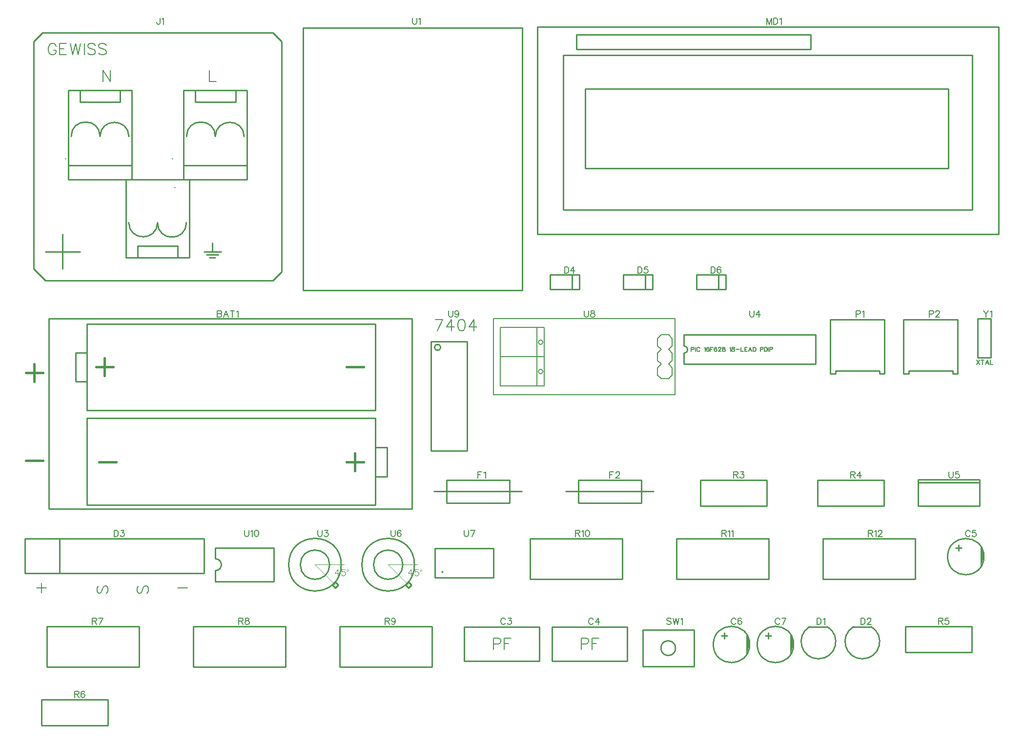
<source format=gto>
G04 Layer: TopSilkscreenLayer*
G04 EasyEDA v6.5.37, 2023-12-04 20:02:08*
G04 2e98f3c38e0144009ebeba7f84222000,10*
G04 Gerber Generator version 0.2*
G04 Scale: 100 percent, Rotated: No, Reflected: No *
G04 Dimensions in millimeters *
G04 leading zeros omitted , absolute positions ,4 integer and 5 decimal *
%FSLAX45Y45*%
%MOMM*%

%ADD10C,0.1524*%
%ADD11C,0.2032*%
%ADD12C,0.4064*%
%ADD13C,0.2540*%
%ADD14C,0.2286*%
%ADD15C,0.1270*%
%ADD16C,0.1016*%
%ADD17C,0.0135*%

%LPD*%
D10*
X8656459Y2236215D02*
G01*
X8656459Y2127250D01*
X8656459Y2236215D02*
G01*
X8703195Y2236215D01*
X8718689Y2231136D01*
X8724023Y2225802D01*
X8729103Y2215387D01*
X8729103Y2204973D01*
X8724023Y2194560D01*
X8718689Y2189479D01*
X8703195Y2184400D01*
X8656459Y2184400D02*
G01*
X8703195Y2184400D01*
X8718689Y2179065D01*
X8724023Y2173986D01*
X8729103Y2163571D01*
X8729103Y2147823D01*
X8724023Y2137410D01*
X8718689Y2132329D01*
X8703195Y2127250D01*
X8656459Y2127250D01*
X8805049Y2236215D02*
G01*
X8763393Y2127250D01*
X8805049Y2236215D02*
G01*
X8846705Y2127250D01*
X8779141Y2163571D02*
G01*
X8830957Y2163571D01*
X8917317Y2236215D02*
G01*
X8917317Y2127250D01*
X8880995Y2236215D02*
G01*
X8953639Y2236215D01*
X8987929Y2215387D02*
G01*
X8998343Y2220721D01*
X9013837Y2236215D01*
X9013837Y2127250D01*
X13652677Y-3123692D02*
G01*
X13647343Y-3113278D01*
X13636929Y-3102863D01*
X13626769Y-3097784D01*
X13605941Y-3097784D01*
X13595527Y-3102863D01*
X13585113Y-3113278D01*
X13579779Y-3123692D01*
X13574699Y-3139439D01*
X13574699Y-3165347D01*
X13579779Y-3180842D01*
X13585113Y-3191255D01*
X13595527Y-3201670D01*
X13605941Y-3206750D01*
X13626769Y-3206750D01*
X13636929Y-3201670D01*
X13647343Y-3191255D01*
X13652677Y-3180842D01*
X13697381Y-3097784D02*
G01*
X13754531Y-3097784D01*
X13723289Y-3139439D01*
X13738783Y-3139439D01*
X13749197Y-3144520D01*
X13754531Y-3149600D01*
X13759611Y-3165347D01*
X13759611Y-3175762D01*
X13754531Y-3191255D01*
X13744117Y-3201670D01*
X13728369Y-3206750D01*
X13712875Y-3206750D01*
X13697381Y-3201670D01*
X13692047Y-3196589D01*
X13686967Y-3186176D01*
D11*
X13441311Y-3442970D02*
G01*
X13441311Y-3637026D01*
X13441311Y-3442970D02*
G01*
X13524369Y-3442970D01*
X13552055Y-3452368D01*
X13561453Y-3461512D01*
X13570597Y-3480054D01*
X13570597Y-3507739D01*
X13561453Y-3526281D01*
X13552055Y-3535426D01*
X13524369Y-3544570D01*
X13441311Y-3544570D01*
X13631557Y-3442970D02*
G01*
X13631557Y-3637026D01*
X13631557Y-3442970D02*
G01*
X13751699Y-3442970D01*
X13631557Y-3535426D02*
G01*
X13705471Y-3535426D01*
D10*
X15176677Y-3123692D02*
G01*
X15171343Y-3113278D01*
X15160929Y-3102863D01*
X15150769Y-3097784D01*
X15129941Y-3097784D01*
X15119527Y-3102863D01*
X15109113Y-3113278D01*
X15103779Y-3123692D01*
X15098699Y-3139439D01*
X15098699Y-3165347D01*
X15103779Y-3180842D01*
X15109113Y-3191255D01*
X15119527Y-3201670D01*
X15129941Y-3206750D01*
X15150769Y-3206750D01*
X15160929Y-3201670D01*
X15171343Y-3191255D01*
X15176677Y-3180842D01*
X15262783Y-3097784D02*
G01*
X15210967Y-3170428D01*
X15288945Y-3170428D01*
X15262783Y-3097784D02*
G01*
X15262783Y-3206750D01*
D11*
X14965311Y-3442970D02*
G01*
X14965311Y-3637026D01*
X14965311Y-3442970D02*
G01*
X15048369Y-3442970D01*
X15076055Y-3452368D01*
X15085453Y-3461512D01*
X15094597Y-3480054D01*
X15094597Y-3507739D01*
X15085453Y-3526281D01*
X15076055Y-3535426D01*
X15048369Y-3544570D01*
X14965311Y-3544570D01*
X15155557Y-3442970D02*
G01*
X15155557Y-3637026D01*
X15155557Y-3442970D02*
G01*
X15275699Y-3442970D01*
X15155557Y-3535426D02*
G01*
X15229471Y-3535426D01*
D10*
X21714200Y-1599692D02*
G01*
X21708866Y-1589278D01*
X21698452Y-1578863D01*
X21688292Y-1573784D01*
X21667464Y-1573784D01*
X21657050Y-1578863D01*
X21646636Y-1589278D01*
X21641302Y-1599692D01*
X21636222Y-1615439D01*
X21636222Y-1641347D01*
X21641302Y-1656842D01*
X21646636Y-1667255D01*
X21657050Y-1677670D01*
X21667464Y-1682750D01*
X21688292Y-1682750D01*
X21698452Y-1677670D01*
X21708866Y-1667255D01*
X21714200Y-1656842D01*
X21810720Y-1573784D02*
G01*
X21758904Y-1573784D01*
X21753570Y-1620520D01*
X21758904Y-1615439D01*
X21774398Y-1610105D01*
X21789892Y-1610105D01*
X21805640Y-1615439D01*
X21816054Y-1625600D01*
X21821134Y-1641347D01*
X21821134Y-1651762D01*
X21816054Y-1667255D01*
X21805640Y-1677670D01*
X21789892Y-1682750D01*
X21774398Y-1682750D01*
X21758904Y-1677670D01*
X21753570Y-1672589D01*
X21748490Y-1662176D01*
X17650200Y-3123692D02*
G01*
X17644866Y-3113278D01*
X17634452Y-3102863D01*
X17624292Y-3097784D01*
X17603464Y-3097784D01*
X17593050Y-3102863D01*
X17582636Y-3113278D01*
X17577302Y-3123692D01*
X17572222Y-3139439D01*
X17572222Y-3165347D01*
X17577302Y-3180842D01*
X17582636Y-3191255D01*
X17593050Y-3201670D01*
X17603464Y-3206750D01*
X17624292Y-3206750D01*
X17634452Y-3201670D01*
X17644866Y-3191255D01*
X17650200Y-3180842D01*
X17746720Y-3113278D02*
G01*
X17741640Y-3102863D01*
X17725892Y-3097784D01*
X17715732Y-3097784D01*
X17699984Y-3102863D01*
X17689570Y-3118612D01*
X17684490Y-3144520D01*
X17684490Y-3170428D01*
X17689570Y-3191255D01*
X17699984Y-3201670D01*
X17715732Y-3206750D01*
X17720812Y-3206750D01*
X17736306Y-3201670D01*
X17746720Y-3191255D01*
X17752054Y-3175762D01*
X17752054Y-3170428D01*
X17746720Y-3154934D01*
X17736306Y-3144520D01*
X17720812Y-3139439D01*
X17715732Y-3139439D01*
X17699984Y-3144520D01*
X17689570Y-3154934D01*
X17684490Y-3170428D01*
X18412200Y-3123692D02*
G01*
X18406866Y-3113278D01*
X18396452Y-3102863D01*
X18386292Y-3097784D01*
X18365464Y-3097784D01*
X18355050Y-3102863D01*
X18344636Y-3113278D01*
X18339302Y-3123692D01*
X18334222Y-3139439D01*
X18334222Y-3165347D01*
X18339302Y-3180842D01*
X18344636Y-3191255D01*
X18355050Y-3201670D01*
X18365464Y-3206750D01*
X18386292Y-3206750D01*
X18396452Y-3201670D01*
X18406866Y-3191255D01*
X18412200Y-3180842D01*
X18519134Y-3097784D02*
G01*
X18467318Y-3206750D01*
X18446490Y-3097784D02*
G01*
X18519134Y-3097784D01*
X19057899Y-3097784D02*
G01*
X19057899Y-3206750D01*
X19057899Y-3097784D02*
G01*
X19094221Y-3097784D01*
X19109969Y-3102863D01*
X19120129Y-3113278D01*
X19125463Y-3123692D01*
X19130543Y-3139439D01*
X19130543Y-3165347D01*
X19125463Y-3180842D01*
X19120129Y-3191255D01*
X19109969Y-3201670D01*
X19094221Y-3206750D01*
X19057899Y-3206750D01*
X19164833Y-3118612D02*
G01*
X19175247Y-3113278D01*
X19190995Y-3097784D01*
X19190995Y-3206750D01*
X19819899Y-3097784D02*
G01*
X19819899Y-3206750D01*
X19819899Y-3097784D02*
G01*
X19856221Y-3097784D01*
X19871969Y-3102863D01*
X19882129Y-3113278D01*
X19887463Y-3123692D01*
X19892543Y-3139439D01*
X19892543Y-3165347D01*
X19887463Y-3180842D01*
X19882129Y-3191255D01*
X19871969Y-3201670D01*
X19856221Y-3206750D01*
X19819899Y-3206750D01*
X19932167Y-3123692D02*
G01*
X19932167Y-3118612D01*
X19937247Y-3108197D01*
X19942581Y-3102863D01*
X19952995Y-3097784D01*
X19973569Y-3097784D01*
X19983983Y-3102863D01*
X19989317Y-3108197D01*
X19994397Y-3118612D01*
X19994397Y-3129026D01*
X19989317Y-3139439D01*
X19978903Y-3154934D01*
X19926833Y-3206750D01*
X19999731Y-3206750D01*
X6865899Y-1573784D02*
G01*
X6865899Y-1682750D01*
X6865899Y-1573784D02*
G01*
X6902221Y-1573784D01*
X6917969Y-1578863D01*
X6928129Y-1589278D01*
X6933463Y-1599692D01*
X6938543Y-1615439D01*
X6938543Y-1641347D01*
X6933463Y-1656842D01*
X6928129Y-1667255D01*
X6917969Y-1677670D01*
X6902221Y-1682750D01*
X6865899Y-1682750D01*
X6983247Y-1573784D02*
G01*
X7040397Y-1573784D01*
X7009409Y-1615439D01*
X7024903Y-1615439D01*
X7035317Y-1620520D01*
X7040397Y-1625600D01*
X7045731Y-1641347D01*
X7045731Y-1651762D01*
X7040397Y-1667255D01*
X7029983Y-1677670D01*
X7014489Y-1682750D01*
X6998995Y-1682750D01*
X6983247Y-1677670D01*
X6978167Y-1672589D01*
X6972833Y-1662176D01*
D11*
X7971269Y-2575052D02*
G01*
X8137639Y-2575052D01*
X5604459Y-2492032D02*
G01*
X5604459Y-2658148D01*
X5521401Y-2575090D02*
G01*
X5687517Y-2575090D01*
X6593992Y-2540012D02*
G01*
X6575450Y-2558554D01*
X6566306Y-2586240D01*
X6566306Y-2623070D01*
X6575450Y-2650756D01*
X6593992Y-2669298D01*
X6612534Y-2669298D01*
X6630822Y-2660154D01*
X6640220Y-2650756D01*
X6649364Y-2632468D01*
X6667906Y-2576842D01*
X6677050Y-2558554D01*
X6686448Y-2549156D01*
X6704736Y-2540012D01*
X6732422Y-2540012D01*
X6750964Y-2558554D01*
X6760108Y-2586240D01*
X6760108Y-2623070D01*
X6750964Y-2650756D01*
X6732422Y-2669298D01*
X7293990Y-2540012D02*
G01*
X7275449Y-2558554D01*
X7266304Y-2586240D01*
X7266304Y-2623070D01*
X7275449Y-2650756D01*
X7293990Y-2669298D01*
X7312533Y-2669298D01*
X7330820Y-2660154D01*
X7340218Y-2650756D01*
X7349363Y-2632468D01*
X7367904Y-2576842D01*
X7377049Y-2558554D01*
X7386447Y-2549156D01*
X7404734Y-2540012D01*
X7432420Y-2540012D01*
X7450963Y-2558554D01*
X7460106Y-2586240D01*
X7460106Y-2623070D01*
X7450963Y-2650756D01*
X7432420Y-2669298D01*
D10*
X14678657Y2998215D02*
G01*
X14678657Y2889250D01*
X14678657Y2998215D02*
G01*
X14714979Y2998215D01*
X14730727Y2993136D01*
X14740887Y2982721D01*
X14746221Y2972307D01*
X14751301Y2956560D01*
X14751301Y2930652D01*
X14746221Y2915157D01*
X14740887Y2904744D01*
X14730727Y2894329D01*
X14714979Y2889250D01*
X14678657Y2889250D01*
X14837661Y2998215D02*
G01*
X14785591Y2925571D01*
X14863569Y2925571D01*
X14837661Y2998215D02*
G01*
X14837661Y2889250D01*
X15948657Y2998215D02*
G01*
X15948657Y2889250D01*
X15948657Y2998215D02*
G01*
X15984979Y2998215D01*
X16000727Y2993136D01*
X16010887Y2982721D01*
X16016221Y2972307D01*
X16021301Y2956560D01*
X16021301Y2930652D01*
X16016221Y2915157D01*
X16010887Y2904744D01*
X16000727Y2894329D01*
X15984979Y2889250D01*
X15948657Y2889250D01*
X16118075Y2998215D02*
G01*
X16066005Y2998215D01*
X16060925Y2951479D01*
X16066005Y2956560D01*
X16081753Y2961894D01*
X16097247Y2961894D01*
X16112741Y2956560D01*
X16123155Y2946400D01*
X16128489Y2930652D01*
X16128489Y2920237D01*
X16123155Y2904744D01*
X16112741Y2894329D01*
X16097247Y2889250D01*
X16081753Y2889250D01*
X16066005Y2894329D01*
X16060925Y2899410D01*
X16055591Y2909823D01*
X17218657Y2998215D02*
G01*
X17218657Y2889250D01*
X17218657Y2998215D02*
G01*
X17254979Y2998215D01*
X17270727Y2993136D01*
X17280887Y2982721D01*
X17286221Y2972307D01*
X17291301Y2956560D01*
X17291301Y2930652D01*
X17286221Y2915157D01*
X17280887Y2904744D01*
X17270727Y2894329D01*
X17254979Y2889250D01*
X17218657Y2889250D01*
X17388075Y2982721D02*
G01*
X17382741Y2993136D01*
X17367247Y2998215D01*
X17356833Y2998215D01*
X17341339Y2993136D01*
X17330925Y2977387D01*
X17325591Y2951479D01*
X17325591Y2925571D01*
X17330925Y2904744D01*
X17341339Y2894329D01*
X17356833Y2889250D01*
X17362167Y2889250D01*
X17377661Y2894329D01*
X17388075Y2904744D01*
X17393155Y2920237D01*
X17393155Y2925571D01*
X17388075Y2941065D01*
X17377661Y2951479D01*
X17362167Y2956560D01*
X17356833Y2956560D01*
X17341339Y2951479D01*
X17330925Y2941065D01*
X17325591Y2925571D01*
X13178459Y-557784D02*
G01*
X13178459Y-666750D01*
X13178459Y-557784D02*
G01*
X13246023Y-557784D01*
X13178459Y-609600D02*
G01*
X13220115Y-609600D01*
X13280313Y-578612D02*
G01*
X13290727Y-573278D01*
X13306221Y-557784D01*
X13306221Y-666750D01*
X15464459Y-557784D02*
G01*
X15464459Y-666750D01*
X15464459Y-557784D02*
G01*
X15532023Y-557784D01*
X15464459Y-609600D02*
G01*
X15506115Y-609600D01*
X15571393Y-583692D02*
G01*
X15571393Y-578612D01*
X15576727Y-568197D01*
X15581807Y-562863D01*
X15592221Y-557784D01*
X15613049Y-557784D01*
X15623463Y-562863D01*
X15628543Y-568197D01*
X15633877Y-578612D01*
X15633877Y-589026D01*
X15628543Y-599439D01*
X15618129Y-614934D01*
X15566313Y-666750D01*
X15638957Y-666750D01*
X7659370Y7316215D02*
G01*
X7659370Y7233158D01*
X7654036Y7217410D01*
X7648956Y7212329D01*
X7638541Y7207250D01*
X7628127Y7207250D01*
X7617713Y7212329D01*
X7612379Y7217410D01*
X7607300Y7233158D01*
X7607300Y7243571D01*
X7693659Y7295387D02*
G01*
X7703820Y7300721D01*
X7719568Y7316215D01*
X7719568Y7207250D01*
D11*
X6671056Y6411620D02*
G01*
X6671056Y6217564D01*
X6671056Y6411620D02*
G01*
X6800341Y6217564D01*
X6800341Y6411620D02*
G01*
X6800341Y6217564D01*
X8521954Y6411112D02*
G01*
X8521954Y6217310D01*
X8521954Y6217310D02*
G01*
X8632697Y6217310D01*
X5859525Y6826148D02*
G01*
X5850127Y6844690D01*
X5831840Y6863232D01*
X5813297Y6872376D01*
X5776213Y6872376D01*
X5757925Y6863232D01*
X5739384Y6844690D01*
X5730240Y6826148D01*
X5720841Y6798462D01*
X5720841Y6752488D01*
X5730240Y6724548D01*
X5739384Y6706260D01*
X5757925Y6687718D01*
X5776213Y6678574D01*
X5813297Y6678574D01*
X5831840Y6687718D01*
X5850127Y6706260D01*
X5859525Y6724548D01*
X5859525Y6752488D01*
X5813297Y6752488D02*
G01*
X5859525Y6752488D01*
X5920486Y6872376D02*
G01*
X5920486Y6678574D01*
X5920486Y6872376D02*
G01*
X6040374Y6872376D01*
X5920486Y6780174D02*
G01*
X5994400Y6780174D01*
X5920486Y6678574D02*
G01*
X6040374Y6678574D01*
X6101334Y6872376D02*
G01*
X6147561Y6678574D01*
X6193790Y6872376D02*
G01*
X6147561Y6678574D01*
X6193790Y6872376D02*
G01*
X6240018Y6678574D01*
X6286245Y6872376D02*
G01*
X6240018Y6678574D01*
X6347206Y6872376D02*
G01*
X6347206Y6678574D01*
X6537452Y6844690D02*
G01*
X6518909Y6863232D01*
X6491224Y6872376D01*
X6454393Y6872376D01*
X6426454Y6863232D01*
X6408165Y6844690D01*
X6408165Y6826148D01*
X6417309Y6807860D01*
X6426454Y6798462D01*
X6444995Y6789318D01*
X6500368Y6770776D01*
X6518909Y6761632D01*
X6528054Y6752488D01*
X6537452Y6733946D01*
X6537452Y6706260D01*
X6518909Y6687718D01*
X6491224Y6678574D01*
X6454393Y6678574D01*
X6426454Y6687718D01*
X6408165Y6706260D01*
X6727697Y6844690D02*
G01*
X6709156Y6863232D01*
X6681470Y6872376D01*
X6644640Y6872376D01*
X6616954Y6863232D01*
X6598411Y6844690D01*
X6598411Y6826148D01*
X6607556Y6807860D01*
X6616954Y6798462D01*
X6635241Y6789318D01*
X6690613Y6770776D01*
X6709156Y6761632D01*
X6718554Y6752488D01*
X6727697Y6733946D01*
X6727697Y6706260D01*
X6709156Y6687718D01*
X6681470Y6678574D01*
X6644640Y6678574D01*
X6616954Y6687718D01*
X6598411Y6706260D01*
D10*
X18186400Y7316215D02*
G01*
X18186400Y7207250D01*
X18186400Y7316215D02*
G01*
X18228056Y7207250D01*
X18269458Y7316215D02*
G01*
X18228056Y7207250D01*
X18269458Y7316215D02*
G01*
X18269458Y7207250D01*
X18303748Y7316215D02*
G01*
X18303748Y7207250D01*
X18303748Y7316215D02*
G01*
X18340070Y7316215D01*
X18355818Y7311136D01*
X18366231Y7300721D01*
X18371311Y7290308D01*
X18376645Y7274560D01*
X18376645Y7248652D01*
X18371311Y7233158D01*
X18366231Y7222744D01*
X18355818Y7212329D01*
X18340070Y7207250D01*
X18303748Y7207250D01*
X18410936Y7295387D02*
G01*
X18421350Y7300721D01*
X18436843Y7316215D01*
X18436843Y7207250D01*
X19735899Y2236215D02*
G01*
X19735899Y2127250D01*
X19735899Y2236215D02*
G01*
X19782635Y2236215D01*
X19798129Y2231136D01*
X19803463Y2225802D01*
X19808543Y2215387D01*
X19808543Y2199894D01*
X19803463Y2189479D01*
X19798129Y2184400D01*
X19782635Y2179065D01*
X19735899Y2179065D01*
X19842833Y2215387D02*
G01*
X19853247Y2220721D01*
X19868995Y2236215D01*
X19868995Y2127250D01*
X21005899Y2236215D02*
G01*
X21005899Y2127250D01*
X21005899Y2236215D02*
G01*
X21052635Y2236215D01*
X21068129Y2231136D01*
X21073463Y2225802D01*
X21078543Y2215387D01*
X21078543Y2199894D01*
X21073463Y2189479D01*
X21068129Y2184400D01*
X21052635Y2179065D01*
X21005899Y2179065D01*
X21118167Y2210307D02*
G01*
X21118167Y2215387D01*
X21123247Y2225802D01*
X21128581Y2231136D01*
X21138995Y2236215D01*
X21159569Y2236215D01*
X21169983Y2231136D01*
X21175317Y2225802D01*
X21180397Y2215387D01*
X21180397Y2204973D01*
X21175317Y2194560D01*
X21164903Y2179065D01*
X21112833Y2127250D01*
X21185731Y2127250D01*
X17612359Y-557784D02*
G01*
X17612359Y-666750D01*
X17612359Y-557784D02*
G01*
X17659095Y-557784D01*
X17674590Y-562863D01*
X17679924Y-568197D01*
X17685004Y-578612D01*
X17685004Y-589026D01*
X17679924Y-599439D01*
X17674590Y-604520D01*
X17659095Y-609600D01*
X17612359Y-609600D01*
X17648681Y-609600D02*
G01*
X17685004Y-666750D01*
X17729708Y-557784D02*
G01*
X17786858Y-557784D01*
X17755870Y-599439D01*
X17771363Y-599439D01*
X17781777Y-604520D01*
X17786858Y-609600D01*
X17792191Y-625347D01*
X17792191Y-635762D01*
X17786858Y-651255D01*
X17776443Y-661670D01*
X17760950Y-666750D01*
X17745456Y-666750D01*
X17729708Y-661670D01*
X17724627Y-656589D01*
X17719293Y-646176D01*
X19644359Y-557784D02*
G01*
X19644359Y-666750D01*
X19644359Y-557784D02*
G01*
X19691095Y-557784D01*
X19706590Y-562863D01*
X19711924Y-568197D01*
X19717004Y-578612D01*
X19717004Y-589026D01*
X19711924Y-599439D01*
X19706590Y-604520D01*
X19691095Y-609600D01*
X19644359Y-609600D01*
X19680681Y-609600D02*
G01*
X19717004Y-666750D01*
X19803363Y-557784D02*
G01*
X19751293Y-630428D01*
X19829272Y-630428D01*
X19803363Y-557784D02*
G01*
X19803363Y-666750D01*
X21168359Y-3097784D02*
G01*
X21168359Y-3206750D01*
X21168359Y-3097784D02*
G01*
X21215095Y-3097784D01*
X21230590Y-3102863D01*
X21235924Y-3108197D01*
X21241004Y-3118612D01*
X21241004Y-3129026D01*
X21235924Y-3139439D01*
X21230590Y-3144520D01*
X21215095Y-3149600D01*
X21168359Y-3149600D01*
X21204681Y-3149600D02*
G01*
X21241004Y-3206750D01*
X21337777Y-3097784D02*
G01*
X21285708Y-3097784D01*
X21280627Y-3144520D01*
X21285708Y-3139439D01*
X21301456Y-3134105D01*
X21316950Y-3134105D01*
X21332443Y-3139439D01*
X21342858Y-3149600D01*
X21348191Y-3165347D01*
X21348191Y-3175762D01*
X21342858Y-3191255D01*
X21332443Y-3201670D01*
X21316950Y-3206750D01*
X21301456Y-3206750D01*
X21285708Y-3201670D01*
X21280627Y-3196589D01*
X21275293Y-3186176D01*
X6182359Y-4367784D02*
G01*
X6182359Y-4476750D01*
X6182359Y-4367784D02*
G01*
X6229095Y-4367784D01*
X6244590Y-4372863D01*
X6249924Y-4378197D01*
X6255004Y-4388612D01*
X6255004Y-4399026D01*
X6249924Y-4409439D01*
X6244590Y-4414520D01*
X6229095Y-4419600D01*
X6182359Y-4419600D01*
X6218681Y-4419600D02*
G01*
X6255004Y-4476750D01*
X6351777Y-4383278D02*
G01*
X6346443Y-4372863D01*
X6330950Y-4367784D01*
X6320536Y-4367784D01*
X6305041Y-4372863D01*
X6294627Y-4388612D01*
X6289293Y-4414520D01*
X6289293Y-4440428D01*
X6294627Y-4461255D01*
X6305041Y-4471670D01*
X6320536Y-4476750D01*
X6325870Y-4476750D01*
X6341363Y-4471670D01*
X6351777Y-4461255D01*
X6356858Y-4445762D01*
X6356858Y-4440428D01*
X6351777Y-4424934D01*
X6341363Y-4414520D01*
X6325870Y-4409439D01*
X6320536Y-4409439D01*
X6305041Y-4414520D01*
X6294627Y-4424934D01*
X6289293Y-4440428D01*
X6488684Y-3097784D02*
G01*
X6488684Y-3206750D01*
X6488684Y-3097784D02*
G01*
X6535420Y-3097784D01*
X6550913Y-3102863D01*
X6556247Y-3108197D01*
X6561327Y-3118612D01*
X6561327Y-3129026D01*
X6556247Y-3139439D01*
X6550913Y-3144520D01*
X6535420Y-3149600D01*
X6488684Y-3149600D01*
X6525006Y-3149600D02*
G01*
X6561327Y-3206750D01*
X6668515Y-3097784D02*
G01*
X6616445Y-3206750D01*
X6595618Y-3097784D02*
G01*
X6668515Y-3097784D01*
X9028684Y-3097784D02*
G01*
X9028684Y-3206750D01*
X9028684Y-3097784D02*
G01*
X9075420Y-3097784D01*
X9090913Y-3102863D01*
X9096247Y-3108197D01*
X9101327Y-3118612D01*
X9101327Y-3129026D01*
X9096247Y-3139439D01*
X9090913Y-3144520D01*
X9075420Y-3149600D01*
X9028684Y-3149600D01*
X9065006Y-3149600D02*
G01*
X9101327Y-3206750D01*
X9161779Y-3097784D02*
G01*
X9146031Y-3102863D01*
X9140952Y-3113278D01*
X9140952Y-3123692D01*
X9146031Y-3134105D01*
X9156445Y-3139439D01*
X9177274Y-3144520D01*
X9192768Y-3149600D01*
X9203181Y-3160013D01*
X9208515Y-3170428D01*
X9208515Y-3186176D01*
X9203181Y-3196589D01*
X9198102Y-3201670D01*
X9182354Y-3206750D01*
X9161779Y-3206750D01*
X9146031Y-3201670D01*
X9140952Y-3196589D01*
X9135618Y-3186176D01*
X9135618Y-3170428D01*
X9140952Y-3160013D01*
X9151365Y-3149600D01*
X9166859Y-3144520D01*
X9187688Y-3139439D01*
X9198102Y-3134105D01*
X9203181Y-3123692D01*
X9203181Y-3113278D01*
X9198102Y-3102863D01*
X9182354Y-3097784D01*
X9161779Y-3097784D01*
X11568684Y-3097784D02*
G01*
X11568684Y-3206750D01*
X11568684Y-3097784D02*
G01*
X11615420Y-3097784D01*
X11630913Y-3102863D01*
X11636247Y-3108197D01*
X11641327Y-3118612D01*
X11641327Y-3129026D01*
X11636247Y-3139439D01*
X11630913Y-3144520D01*
X11615420Y-3149600D01*
X11568684Y-3149600D01*
X11605006Y-3149600D02*
G01*
X11641327Y-3206750D01*
X11743181Y-3134105D02*
G01*
X11738102Y-3149600D01*
X11727688Y-3160013D01*
X11712193Y-3165347D01*
X11706859Y-3165347D01*
X11691365Y-3160013D01*
X11680952Y-3149600D01*
X11675618Y-3134105D01*
X11675618Y-3129026D01*
X11680952Y-3113278D01*
X11691365Y-3102863D01*
X11706859Y-3097784D01*
X11712193Y-3097784D01*
X11727688Y-3102863D01*
X11738102Y-3113278D01*
X11743181Y-3134105D01*
X11743181Y-3160013D01*
X11738102Y-3186176D01*
X11727688Y-3201670D01*
X11712193Y-3206750D01*
X11701779Y-3206750D01*
X11686031Y-3201670D01*
X11680952Y-3191255D01*
X14870684Y-1573784D02*
G01*
X14870684Y-1682750D01*
X14870684Y-1573784D02*
G01*
X14917420Y-1573784D01*
X14932913Y-1578863D01*
X14938247Y-1584197D01*
X14943327Y-1594612D01*
X14943327Y-1605026D01*
X14938247Y-1615439D01*
X14932913Y-1620520D01*
X14917420Y-1625600D01*
X14870684Y-1625600D01*
X14907006Y-1625600D02*
G01*
X14943327Y-1682750D01*
X14977618Y-1594612D02*
G01*
X14988031Y-1589278D01*
X15003779Y-1573784D01*
X15003779Y-1682750D01*
X15069058Y-1573784D02*
G01*
X15053563Y-1578863D01*
X15043150Y-1594612D01*
X15038070Y-1620520D01*
X15038070Y-1636013D01*
X15043150Y-1662176D01*
X15053563Y-1677670D01*
X15069058Y-1682750D01*
X15079472Y-1682750D01*
X15095220Y-1677670D01*
X15105634Y-1662176D01*
X15110713Y-1636013D01*
X15110713Y-1620520D01*
X15105634Y-1594612D01*
X15095220Y-1578863D01*
X15079472Y-1573784D01*
X15069058Y-1573784D01*
X17410684Y-1573784D02*
G01*
X17410684Y-1682750D01*
X17410684Y-1573784D02*
G01*
X17457420Y-1573784D01*
X17472913Y-1578863D01*
X17478248Y-1584197D01*
X17483327Y-1594612D01*
X17483327Y-1605026D01*
X17478248Y-1615439D01*
X17472913Y-1620520D01*
X17457420Y-1625600D01*
X17410684Y-1625600D01*
X17447006Y-1625600D02*
G01*
X17483327Y-1682750D01*
X17517618Y-1594612D02*
G01*
X17528031Y-1589278D01*
X17543779Y-1573784D01*
X17543779Y-1682750D01*
X17578070Y-1594612D02*
G01*
X17588484Y-1589278D01*
X17603977Y-1573784D01*
X17603977Y-1682750D01*
X19950684Y-1573784D02*
G01*
X19950684Y-1682750D01*
X19950684Y-1573784D02*
G01*
X19997420Y-1573784D01*
X20012913Y-1578863D01*
X20018248Y-1584197D01*
X20023327Y-1594612D01*
X20023327Y-1605026D01*
X20018248Y-1615439D01*
X20012913Y-1620520D01*
X19997420Y-1625600D01*
X19950684Y-1625600D01*
X19987006Y-1625600D02*
G01*
X20023327Y-1682750D01*
X20057618Y-1594612D02*
G01*
X20068031Y-1589278D01*
X20083779Y-1573784D01*
X20083779Y-1682750D01*
X20123150Y-1599692D02*
G01*
X20123150Y-1594612D01*
X20128484Y-1584197D01*
X20133563Y-1578863D01*
X20143977Y-1573784D01*
X20164806Y-1573784D01*
X20175220Y-1578863D01*
X20180300Y-1584197D01*
X20185634Y-1594612D01*
X20185634Y-1605026D01*
X20180300Y-1615439D01*
X20169886Y-1630934D01*
X20118070Y-1682750D01*
X20190713Y-1682750D01*
X16524224Y-3113278D02*
G01*
X16513809Y-3102863D01*
X16498316Y-3097784D01*
X16477488Y-3097784D01*
X16461993Y-3102863D01*
X16451579Y-3113278D01*
X16451579Y-3123692D01*
X16456659Y-3134105D01*
X16461993Y-3139439D01*
X16472408Y-3144520D01*
X16503650Y-3154934D01*
X16513809Y-3160013D01*
X16519143Y-3165347D01*
X16524224Y-3175762D01*
X16524224Y-3191255D01*
X16513809Y-3201670D01*
X16498316Y-3206750D01*
X16477488Y-3206750D01*
X16461993Y-3201670D01*
X16451579Y-3191255D01*
X16558513Y-3097784D02*
G01*
X16584675Y-3206750D01*
X16610584Y-3097784D02*
G01*
X16584675Y-3206750D01*
X16610584Y-3097784D02*
G01*
X16636491Y-3206750D01*
X16662400Y-3097784D02*
G01*
X16636491Y-3206750D01*
X16696690Y-3118612D02*
G01*
X16707104Y-3113278D01*
X16722852Y-3097784D01*
X16722852Y-3206750D01*
X12041913Y7316215D02*
G01*
X12041913Y7238237D01*
X12046993Y7222744D01*
X12057407Y7212329D01*
X12073155Y7207250D01*
X12083569Y7207250D01*
X12099063Y7212329D01*
X12109477Y7222744D01*
X12114557Y7238237D01*
X12114557Y7316215D01*
X12148847Y7295387D02*
G01*
X12159261Y7300721D01*
X12175009Y7316215D01*
X12175009Y7207250D01*
X10400103Y-1573784D02*
G01*
X10400103Y-1651762D01*
X10405183Y-1667255D01*
X10415597Y-1677670D01*
X10431345Y-1682750D01*
X10441759Y-1682750D01*
X10457253Y-1677670D01*
X10467667Y-1667255D01*
X10472747Y-1651762D01*
X10472747Y-1573784D01*
X10517451Y-1573784D02*
G01*
X10574601Y-1573784D01*
X10543613Y-1615439D01*
X10559107Y-1615439D01*
X10569521Y-1620520D01*
X10574601Y-1625600D01*
X10579935Y-1641347D01*
X10579935Y-1651762D01*
X10574601Y-1667255D01*
X10564187Y-1677670D01*
X10548693Y-1682750D01*
X10533199Y-1682750D01*
X10517451Y-1677670D01*
X10512371Y-1672589D01*
X10507037Y-1662176D01*
X11670103Y-1573784D02*
G01*
X11670103Y-1651762D01*
X11675183Y-1667255D01*
X11685597Y-1677670D01*
X11701345Y-1682750D01*
X11711759Y-1682750D01*
X11727253Y-1677670D01*
X11737667Y-1667255D01*
X11742747Y-1651762D01*
X11742747Y-1573784D01*
X11839521Y-1589278D02*
G01*
X11834187Y-1578863D01*
X11818693Y-1573784D01*
X11808279Y-1573784D01*
X11792785Y-1578863D01*
X11782371Y-1594612D01*
X11777037Y-1620520D01*
X11777037Y-1646428D01*
X11782371Y-1667255D01*
X11792785Y-1677670D01*
X11808279Y-1682750D01*
X11813613Y-1682750D01*
X11829107Y-1677670D01*
X11839521Y-1667255D01*
X11844601Y-1651762D01*
X11844601Y-1646428D01*
X11839521Y-1630934D01*
X11829107Y-1620520D01*
X11813613Y-1615439D01*
X11808279Y-1615439D01*
X11792785Y-1620520D01*
X11782371Y-1630934D01*
X11777037Y-1646428D01*
X17894300Y2236215D02*
G01*
X17894300Y2158237D01*
X17899379Y2142744D01*
X17909793Y2132329D01*
X17925541Y2127250D01*
X17935956Y2127250D01*
X17951450Y2132329D01*
X17961863Y2142744D01*
X17966943Y2158237D01*
X17966943Y2236215D01*
X18053304Y2236215D02*
G01*
X18001234Y2163571D01*
X18079211Y2163571D01*
X18053304Y2236215D02*
G01*
X18053304Y2127250D01*
X16878300Y1603755D02*
G01*
X16878300Y1530857D01*
X16878300Y1603755D02*
G01*
X16909541Y1603755D01*
X16919956Y1600200D01*
X16923258Y1596644D01*
X16926813Y1589786D01*
X16926813Y1579371D01*
X16923258Y1572513D01*
X16919956Y1568957D01*
X16909541Y1565655D01*
X16878300Y1565655D01*
X16949674Y1603755D02*
G01*
X16949674Y1530857D01*
X17024350Y1586229D02*
G01*
X17021048Y1593342D01*
X17014190Y1600200D01*
X17007077Y1603755D01*
X16993361Y1603755D01*
X16986250Y1600200D01*
X16979391Y1593342D01*
X16976090Y1586229D01*
X16972534Y1576070D01*
X16972534Y1558544D01*
X16976090Y1548129D01*
X16979391Y1541271D01*
X16986250Y1534413D01*
X16993361Y1530857D01*
X17007077Y1530857D01*
X17014190Y1534413D01*
X17021048Y1541271D01*
X17024350Y1548129D01*
X17100550Y1589786D02*
G01*
X17107661Y1593342D01*
X17118075Y1603755D01*
X17118075Y1530857D01*
X17182338Y1593342D02*
G01*
X17179036Y1600200D01*
X17168622Y1603755D01*
X17161509Y1603755D01*
X17151350Y1600200D01*
X17144238Y1589786D01*
X17140936Y1572513D01*
X17140936Y1555242D01*
X17144238Y1541271D01*
X17151350Y1534413D01*
X17161509Y1530857D01*
X17165066Y1530857D01*
X17175479Y1534413D01*
X17182338Y1541271D01*
X17185893Y1551686D01*
X17185893Y1555242D01*
X17182338Y1565655D01*
X17175479Y1572513D01*
X17165066Y1576070D01*
X17161509Y1576070D01*
X17151350Y1572513D01*
X17144238Y1565655D01*
X17140936Y1555242D01*
X17208754Y1603755D02*
G01*
X17208754Y1530857D01*
X17208754Y1603755D02*
G01*
X17253711Y1603755D01*
X17208754Y1568957D02*
G01*
X17236440Y1568957D01*
X17318227Y1593342D02*
G01*
X17314672Y1600200D01*
X17304258Y1603755D01*
X17297400Y1603755D01*
X17286986Y1600200D01*
X17280127Y1589786D01*
X17276572Y1572513D01*
X17276572Y1555242D01*
X17280127Y1541271D01*
X17286986Y1534413D01*
X17297400Y1530857D01*
X17300956Y1530857D01*
X17311370Y1534413D01*
X17318227Y1541271D01*
X17321529Y1551686D01*
X17321529Y1555242D01*
X17318227Y1565655D01*
X17311370Y1572513D01*
X17300956Y1576070D01*
X17297400Y1576070D01*
X17286986Y1572513D01*
X17280127Y1565655D01*
X17276572Y1555242D01*
X17347945Y1586229D02*
G01*
X17347945Y1589786D01*
X17351502Y1596644D01*
X17354804Y1600200D01*
X17361916Y1603755D01*
X17375631Y1603755D01*
X17382490Y1600200D01*
X17386045Y1596644D01*
X17389602Y1589786D01*
X17389602Y1582928D01*
X17386045Y1576070D01*
X17379188Y1565655D01*
X17344390Y1530857D01*
X17392904Y1530857D01*
X17433290Y1603755D02*
G01*
X17422875Y1600200D01*
X17419320Y1593342D01*
X17419320Y1586229D01*
X17422875Y1579371D01*
X17429734Y1576070D01*
X17443450Y1572513D01*
X17453863Y1568957D01*
X17460975Y1562100D01*
X17464277Y1555242D01*
X17464277Y1544828D01*
X17460975Y1537970D01*
X17457420Y1534413D01*
X17447006Y1530857D01*
X17433290Y1530857D01*
X17422875Y1534413D01*
X17419320Y1537970D01*
X17415763Y1544828D01*
X17415763Y1555242D01*
X17419320Y1562100D01*
X17426177Y1568957D01*
X17436591Y1572513D01*
X17450561Y1576070D01*
X17457420Y1579371D01*
X17460975Y1586229D01*
X17460975Y1593342D01*
X17457420Y1600200D01*
X17447006Y1603755D01*
X17433290Y1603755D01*
X17540477Y1589786D02*
G01*
X17547590Y1593342D01*
X17557750Y1603755D01*
X17557750Y1530857D01*
X17598136Y1603755D02*
G01*
X17587722Y1600200D01*
X17584166Y1593342D01*
X17584166Y1586229D01*
X17587722Y1579371D01*
X17594579Y1576070D01*
X17608550Y1572513D01*
X17618709Y1568957D01*
X17625822Y1562100D01*
X17629124Y1555242D01*
X17629124Y1544828D01*
X17625822Y1537970D01*
X17622266Y1534413D01*
X17611852Y1530857D01*
X17598136Y1530857D01*
X17587722Y1534413D01*
X17584166Y1537970D01*
X17580609Y1544828D01*
X17580609Y1555242D01*
X17584166Y1562100D01*
X17591024Y1568957D01*
X17601438Y1572513D01*
X17615408Y1576070D01*
X17622266Y1579371D01*
X17625822Y1586229D01*
X17625822Y1593342D01*
X17622266Y1600200D01*
X17611852Y1603755D01*
X17598136Y1603755D01*
X17651984Y1562100D02*
G01*
X17714468Y1562100D01*
X17737327Y1603755D02*
G01*
X17737327Y1530857D01*
X17737327Y1530857D02*
G01*
X17778729Y1530857D01*
X17801590Y1603755D02*
G01*
X17801590Y1530857D01*
X17801590Y1603755D02*
G01*
X17846802Y1603755D01*
X17801590Y1568957D02*
G01*
X17829529Y1568957D01*
X17801590Y1530857D02*
G01*
X17846802Y1530857D01*
X17897348Y1603755D02*
G01*
X17869661Y1530857D01*
X17897348Y1603755D02*
G01*
X17925034Y1530857D01*
X17880075Y1555242D02*
G01*
X17914620Y1555242D01*
X17947893Y1603755D02*
G01*
X17947893Y1530857D01*
X17947893Y1603755D02*
G01*
X17972024Y1603755D01*
X17982438Y1600200D01*
X17989550Y1593342D01*
X17992852Y1586229D01*
X17996408Y1576070D01*
X17996408Y1558544D01*
X17992852Y1548129D01*
X17989550Y1541271D01*
X17982438Y1534413D01*
X17972024Y1530857D01*
X17947893Y1530857D01*
X18072608Y1603755D02*
G01*
X18072608Y1530857D01*
X18072608Y1603755D02*
G01*
X18103850Y1603755D01*
X18114009Y1600200D01*
X18117566Y1596644D01*
X18121122Y1589786D01*
X18121122Y1579371D01*
X18117566Y1572513D01*
X18114009Y1568957D01*
X18103850Y1565655D01*
X18072608Y1565655D01*
X18143981Y1603755D02*
G01*
X18143981Y1530857D01*
X18143981Y1603755D02*
G01*
X18168111Y1603755D01*
X18178525Y1600200D01*
X18185384Y1593342D01*
X18188940Y1586229D01*
X18192495Y1576070D01*
X18192495Y1558544D01*
X18188940Y1548129D01*
X18185384Y1541271D01*
X18178525Y1534413D01*
X18168111Y1530857D01*
X18143981Y1530857D01*
X18215356Y1603755D02*
G01*
X18215356Y1530857D01*
X18238216Y1603755D02*
G01*
X18238216Y1530857D01*
X18238216Y1603755D02*
G01*
X18269204Y1603755D01*
X18279618Y1600200D01*
X18283174Y1596644D01*
X18286729Y1589786D01*
X18286729Y1579371D01*
X18283174Y1572513D01*
X18279618Y1568957D01*
X18269204Y1565655D01*
X18238216Y1565655D01*
X21348700Y-557784D02*
G01*
X21348700Y-635762D01*
X21353779Y-651255D01*
X21364193Y-661670D01*
X21379941Y-666750D01*
X21390356Y-666750D01*
X21405850Y-661670D01*
X21416263Y-651255D01*
X21421343Y-635762D01*
X21421343Y-557784D01*
X21518118Y-557784D02*
G01*
X21466048Y-557784D01*
X21460968Y-604520D01*
X21466048Y-599439D01*
X21481795Y-594105D01*
X21497290Y-594105D01*
X21512784Y-599439D01*
X21523198Y-609600D01*
X21528531Y-625347D01*
X21528531Y-635762D01*
X21523198Y-651255D01*
X21512784Y-661670D01*
X21497290Y-666750D01*
X21481795Y-666750D01*
X21466048Y-661670D01*
X21460968Y-656589D01*
X21455634Y-646176D01*
X12941300Y-1573784D02*
G01*
X12941300Y-1651762D01*
X12946379Y-1667255D01*
X12956793Y-1677670D01*
X12972541Y-1682750D01*
X12982956Y-1682750D01*
X12998450Y-1677670D01*
X13008863Y-1667255D01*
X13013943Y-1651762D01*
X13013943Y-1573784D01*
X13121131Y-1573784D02*
G01*
X13069061Y-1682750D01*
X13048234Y-1573784D02*
G01*
X13121131Y-1573784D01*
X15024100Y2236215D02*
G01*
X15024100Y2158237D01*
X15029179Y2142744D01*
X15039593Y2132329D01*
X15055341Y2127250D01*
X15065756Y2127250D01*
X15081250Y2132329D01*
X15091663Y2142744D01*
X15096743Y2158237D01*
X15096743Y2236215D01*
X15157195Y2236215D02*
G01*
X15141447Y2231136D01*
X15136368Y2220721D01*
X15136368Y2210307D01*
X15141447Y2199894D01*
X15151861Y2194560D01*
X15172690Y2189479D01*
X15188184Y2184400D01*
X15198597Y2173986D01*
X15203931Y2163571D01*
X15203931Y2147823D01*
X15198597Y2137410D01*
X15193518Y2132329D01*
X15177770Y2127250D01*
X15157195Y2127250D01*
X15141447Y2132329D01*
X15136368Y2137410D01*
X15131034Y2147823D01*
X15131034Y2163571D01*
X15136368Y2173986D01*
X15146781Y2184400D01*
X15162275Y2189479D01*
X15183104Y2194560D01*
X15193518Y2199894D01*
X15198597Y2210307D01*
X15198597Y2220721D01*
X15193518Y2231136D01*
X15177770Y2236215D01*
X15157195Y2236215D01*
X12666979Y2236215D02*
G01*
X12666979Y2158237D01*
X12672059Y2142744D01*
X12682474Y2132329D01*
X12698222Y2127250D01*
X12708636Y2127250D01*
X12724129Y2132329D01*
X12734543Y2142744D01*
X12739624Y2158237D01*
X12739624Y2236215D01*
X12841477Y2199894D02*
G01*
X12836397Y2184400D01*
X12825984Y2173986D01*
X12810490Y2168652D01*
X12805156Y2168652D01*
X12789661Y2173986D01*
X12779247Y2184400D01*
X12773913Y2199894D01*
X12773913Y2204973D01*
X12779247Y2220721D01*
X12789661Y2231136D01*
X12805156Y2236215D01*
X12810490Y2236215D01*
X12825984Y2231136D01*
X12836397Y2220721D01*
X12841477Y2199894D01*
X12841477Y2173986D01*
X12836397Y2147823D01*
X12825984Y2132329D01*
X12810490Y2127250D01*
X12800075Y2127250D01*
X12784327Y2132329D01*
X12779247Y2142744D01*
D11*
X12567665Y2084578D02*
G01*
X12475209Y1890776D01*
X12438379Y2084578D02*
G01*
X12567665Y2084578D01*
X12721081Y2084578D02*
G01*
X12628625Y1955292D01*
X12767309Y1955292D01*
X12721081Y2084578D02*
G01*
X12721081Y1890776D01*
X12883641Y2084578D02*
G01*
X12855956Y2075434D01*
X12837413Y2047747D01*
X12828270Y2001520D01*
X12828270Y1973834D01*
X12837413Y1927605D01*
X12855956Y1899920D01*
X12883641Y1890776D01*
X12901929Y1890776D01*
X12929870Y1899920D01*
X12948158Y1927605D01*
X12957556Y1973834D01*
X12957556Y2001520D01*
X12948158Y2047747D01*
X12929870Y2075434D01*
X12901929Y2084578D01*
X12883641Y2084578D01*
X13110718Y2084578D02*
G01*
X13018515Y1955292D01*
X13156945Y1955292D01*
X13110718Y2084578D02*
G01*
X13110718Y1890776D01*
D10*
X9131300Y-1573784D02*
G01*
X9131300Y-1651762D01*
X9136379Y-1667255D01*
X9146793Y-1677670D01*
X9162541Y-1682750D01*
X9172956Y-1682750D01*
X9188450Y-1677670D01*
X9198863Y-1667255D01*
X9203943Y-1651762D01*
X9203943Y-1573784D01*
X9238234Y-1594612D02*
G01*
X9248647Y-1589278D01*
X9264395Y-1573784D01*
X9264395Y-1682750D01*
X9329674Y-1573784D02*
G01*
X9314179Y-1578863D01*
X9303765Y-1594612D01*
X9298686Y-1620520D01*
X9298686Y-1636013D01*
X9303765Y-1662176D01*
X9314179Y-1677670D01*
X9329674Y-1682750D01*
X9340088Y-1682750D01*
X9355836Y-1677670D01*
X9366250Y-1662176D01*
X9371329Y-1636013D01*
X9371329Y-1620520D01*
X9366250Y-1594612D01*
X9355836Y-1578863D01*
X9340088Y-1573784D01*
X9329674Y-1573784D01*
X21945600Y2236215D02*
G01*
X21987256Y2184400D01*
X21987256Y2127250D01*
X22028658Y2236215D02*
G01*
X21987256Y2184400D01*
X22062948Y2215387D02*
G01*
X22073361Y2220721D01*
X22089109Y2236215D01*
X22089109Y2127250D01*
D11*
X21831300Y1376171D02*
G01*
X21882100Y1299718D01*
X21882100Y1376171D02*
G01*
X21831300Y1299718D01*
X21931629Y1376171D02*
G01*
X21931629Y1299718D01*
X21906229Y1376171D02*
G01*
X21957029Y1376171D01*
X22010116Y1376171D02*
G01*
X21981159Y1299718D01*
X22010116Y1376171D02*
G01*
X22039325Y1299718D01*
X21992081Y1325118D02*
G01*
X22028404Y1325118D01*
X22063202Y1376171D02*
G01*
X22063202Y1299718D01*
X22063202Y1299718D02*
G01*
X22106890Y1299718D01*
G36*
X21892260Y-1866900D02*
G01*
X21892260Y-2209800D01*
X21930360Y-2120900D01*
X21943060Y-2032000D01*
X21943060Y-1943100D01*
X21917660Y-1892300D01*
G37*
G36*
X17828260Y-3390900D02*
G01*
X17828260Y-3733800D01*
X17866360Y-3644900D01*
X17879060Y-3556000D01*
X17879060Y-3467100D01*
X17853660Y-3416300D01*
G37*
G36*
X18590260Y-3390900D02*
G01*
X18590260Y-3733800D01*
X18628360Y-3644900D01*
X18641060Y-3556000D01*
X18641060Y-3467100D01*
X18615660Y-3416300D01*
G37*
D12*
X6903859Y-393700D02*
G01*
X6603860Y-393700D01*
X6700659Y1409700D02*
G01*
X6700659Y1109700D01*
X11196459Y1257300D02*
G01*
X10896460Y1257300D01*
X11196459Y-393700D02*
G01*
X10896460Y-393700D01*
X11044059Y-241300D02*
G01*
X11044059Y-541299D01*
X6853059Y1257300D02*
G01*
X6553060Y1257300D01*
X5633859Y-368300D02*
G01*
X5333860Y-368300D01*
X5481459Y1308100D02*
G01*
X5481459Y1008100D01*
X5631459Y1155700D02*
G01*
X5331459Y1155700D01*
D13*
X5735459Y2095500D02*
G01*
X12035472Y2095500D01*
X12035472Y-1204493D01*
X5735459Y-1204493D01*
X5735459Y2095500D01*
X6395859Y2007311D02*
G01*
X11395849Y2007311D01*
X11395849Y507314D01*
X6395859Y507314D01*
X6395859Y2007311D01*
X6395859Y368300D02*
G01*
X11395849Y368300D01*
X11395849Y-1131696D01*
X6395859Y-1131696D01*
X6395859Y368300D01*
X6194259Y1507286D02*
G01*
X6394259Y1507286D01*
X6394259Y1007287D01*
X6194259Y1007287D01*
X6194259Y1507286D01*
X11399659Y-139700D02*
G01*
X11599659Y-139700D01*
X11599659Y-639698D01*
X11399659Y-639698D01*
X11399659Y-139700D01*
X12941300Y-3248101D02*
G01*
X14241297Y-3248101D01*
X14241297Y-3848100D01*
X12941300Y-3848100D01*
X12941300Y-3248101D01*
X14465300Y-3248101D02*
G01*
X15765297Y-3248101D01*
X15765297Y-3848100D01*
X14465300Y-3848100D01*
X14465300Y-3248101D01*
X21511254Y-1828800D02*
G01*
X21511254Y-1930400D01*
X21460454Y-1879600D02*
G01*
X21562054Y-1879600D01*
X17447254Y-3352800D02*
G01*
X17447254Y-3454400D01*
X17396454Y-3403600D02*
G01*
X17498054Y-3403600D01*
X18209254Y-3352800D02*
G01*
X18209254Y-3454400D01*
X18158454Y-3403600D02*
G01*
X18260054Y-3403600D01*
X19234099Y-3247743D02*
G01*
X18929299Y-3247743D01*
X19996099Y-3247743D02*
G01*
X19691299Y-3247743D01*
X5321300Y-1719300D02*
G01*
X8421293Y-1719300D01*
X8421293Y-2319299D01*
X5321300Y-2319299D01*
X5321300Y-1719300D01*
X5921298Y-1719300D01*
X5921298Y-2319299D01*
X14805657Y2857500D02*
G01*
X14805657Y2603500D01*
X14932657Y2857500D02*
G01*
X14932657Y2603500D01*
X14424657Y2603500D01*
X14424657Y2857500D01*
X14932657Y2857500D01*
X16075657Y2857500D02*
G01*
X16075657Y2603500D01*
X16202657Y2857500D02*
G01*
X16202657Y2603500D01*
X15694657Y2603500D01*
X15694657Y2857500D01*
X16202657Y2857500D01*
X17345657Y2857500D02*
G01*
X17345657Y2603500D01*
X17472657Y2857500D02*
G01*
X17472657Y2603500D01*
X16964657Y2603500D01*
X16964657Y2857500D01*
X17472657Y2857500D01*
X12628473Y-701700D02*
G01*
X13728471Y-701700D01*
X12628473Y-701700D02*
G01*
X12628473Y-1101699D01*
X13728471Y-1101699D02*
G01*
X12628473Y-1101699D01*
X13728471Y-1101699D02*
G01*
X13728471Y-701700D01*
X13940459Y-901700D02*
G01*
X12416459Y-901700D01*
X14914473Y-701700D02*
G01*
X16014471Y-701700D01*
X14914473Y-701700D02*
G01*
X14914473Y-1101699D01*
X16014471Y-1101699D02*
G01*
X14914473Y-1101699D01*
X16014471Y-1101699D02*
G01*
X16014471Y-701700D01*
X16226459Y-901700D02*
G01*
X14702459Y-901700D01*
X5470906Y6911594D02*
G01*
X5621020Y7061606D01*
X5621020Y7061606D02*
G01*
X9620910Y7061606D01*
X9771024Y6911492D02*
G01*
X9620910Y7061606D01*
X5470906Y6911492D02*
G01*
X5470906Y2961614D01*
X5670905Y2761614D02*
G01*
X5470906Y2961614D01*
X5670804Y2761513D02*
G01*
X9620910Y2761614D01*
X9620884Y2761589D02*
G01*
X9770897Y2911602D01*
X9770897Y2911602D02*
G01*
X9770872Y6911492D01*
X6270828Y6061608D02*
G01*
X6270904Y5861608D01*
X8420861Y3261512D02*
G01*
X8720836Y3261512D01*
X8720912Y3261588D02*
G01*
X8720912Y3261613D01*
X6070904Y6061608D02*
G01*
X7170902Y6061608D01*
X6270904Y5861608D02*
G01*
X6970902Y5861608D01*
X6971029Y5861710D02*
G01*
X6970902Y6061608D01*
X6070854Y6061608D02*
G01*
X6070904Y4511598D01*
X6070904Y4761611D02*
G01*
X7171004Y4761712D01*
X7170902Y4511598D02*
G01*
X7170927Y6061608D01*
X6070904Y4511598D02*
G01*
X7170902Y4511598D01*
X8270646Y6061506D02*
G01*
X8270900Y5861608D01*
X8070824Y6061608D02*
G01*
X9170898Y6061608D01*
X8271129Y5861608D02*
G01*
X8970899Y5861608D01*
X8971152Y5861710D02*
G01*
X8970899Y6061608D01*
X8070900Y6061608D02*
G01*
X8070900Y4511700D01*
X8070824Y4761611D02*
G01*
X9170898Y4761611D01*
X9170898Y4511598D02*
G01*
X9170898Y6061506D01*
X8070900Y4511598D02*
G01*
X9170974Y4511598D01*
X7970900Y3161614D02*
G01*
X7970647Y3361512D01*
X8170976Y3161614D02*
G01*
X7070902Y3161614D01*
X7970672Y3361613D02*
G01*
X7270902Y3361613D01*
X7270648Y3361512D02*
G01*
X7270902Y3161614D01*
X8170925Y3161690D02*
G01*
X8170900Y4511598D01*
X7070852Y4511700D02*
G01*
X7070902Y3161614D01*
X8170925Y4511700D02*
G01*
X7070902Y4511598D01*
X8570899Y3261613D02*
G01*
X8570899Y3411601D01*
X8470900Y3211601D02*
G01*
X8670899Y3211601D01*
X8520887Y3161614D02*
G01*
X8620912Y3161614D01*
X5970904Y3561613D02*
G01*
X5971031Y2961538D01*
X6270904Y3261613D02*
G01*
X5670804Y3261512D01*
X14211300Y7162800D02*
G01*
X22211309Y7162800D01*
X22211309Y3562807D01*
X14211300Y3562807D01*
X14211300Y7162800D01*
X14883891Y7026503D02*
G01*
X18947891Y7026503D01*
X18947891Y6772503D01*
X14883891Y6772503D01*
X14883891Y7026503D01*
X14655291Y6670903D02*
G01*
X21755303Y6670903D01*
X21755303Y3990898D01*
X14655291Y3990898D01*
X14655291Y6670903D01*
X15036291Y6086703D02*
G01*
X21336304Y6086703D01*
X21336304Y4706696D01*
X15036291Y4706696D01*
X15036291Y6086703D01*
X19291300Y2083699D02*
G01*
X19291300Y1143899D01*
X20231100Y1143899D02*
G01*
X20231100Y2083699D01*
X20231100Y1143899D02*
G01*
X20142200Y1143899D01*
X20231100Y2083699D02*
G01*
X19291300Y2083699D01*
X19291300Y1143899D02*
G01*
X19380200Y1143899D01*
X19380200Y1143899D02*
G01*
X19380200Y1197239D01*
X19380200Y1197239D02*
G01*
X20142200Y1197239D01*
X20142200Y1197239D02*
G01*
X20142200Y1143899D01*
X20561300Y2083699D02*
G01*
X20561300Y1143899D01*
X21501100Y1143899D02*
G01*
X21501100Y2083699D01*
X21501100Y1143899D02*
G01*
X21412200Y1143899D01*
X21501100Y2083699D02*
G01*
X20561300Y2083699D01*
X20561300Y1143899D02*
G01*
X20650200Y1143899D01*
X20650200Y1143899D02*
G01*
X20650200Y1197239D01*
X20650200Y1197239D02*
G01*
X21412200Y1197239D01*
X21412200Y1197239D02*
G01*
X21412200Y1143899D01*
X17038320Y-1153160D02*
G01*
X17038320Y-701039D01*
X17038320Y-701039D02*
G01*
X18186400Y-701039D01*
X18186400Y-701039D02*
G01*
X18186400Y-1153160D01*
X18186400Y-1153160D02*
G01*
X17038320Y-1153160D01*
X19070320Y-1153160D02*
G01*
X19070320Y-701039D01*
X19070320Y-701039D02*
G01*
X20218400Y-701039D01*
X20218400Y-701039D02*
G01*
X20218400Y-1153160D01*
X20218400Y-1153160D02*
G01*
X19070320Y-1153160D01*
X20594320Y-3693160D02*
G01*
X20594320Y-3241039D01*
X20594320Y-3241039D02*
G01*
X21742400Y-3241039D01*
X21742400Y-3241039D02*
G01*
X21742400Y-3693160D01*
X21742400Y-3693160D02*
G01*
X20594320Y-3693160D01*
X5608320Y-4963160D02*
G01*
X5608320Y-4511039D01*
X5608320Y-4511039D02*
G01*
X6756400Y-4511039D01*
X6756400Y-4511039D02*
G01*
X6756400Y-4963160D01*
X6756400Y-4963160D02*
G01*
X5608320Y-4963160D01*
X5701383Y-3244100D02*
G01*
X5701383Y-3944099D01*
X7301384Y-3244100D02*
G01*
X7301384Y-3944099D01*
X7301384Y-3944099D02*
G01*
X5701383Y-3944099D01*
X7301384Y-3244100D02*
G01*
X5701383Y-3244100D01*
X8241383Y-3244100D02*
G01*
X8241383Y-3944099D01*
X9841384Y-3244100D02*
G01*
X9841384Y-3944099D01*
X9841384Y-3944099D02*
G01*
X8241383Y-3944099D01*
X9841384Y-3244100D02*
G01*
X8241383Y-3244100D01*
X10781383Y-3244100D02*
G01*
X10781383Y-3944099D01*
X12381384Y-3244100D02*
G01*
X12381384Y-3944099D01*
X12381384Y-3944099D02*
G01*
X10781383Y-3944099D01*
X12381384Y-3244100D02*
G01*
X10781383Y-3244100D01*
X14083383Y-1720100D02*
G01*
X14083383Y-2420099D01*
X15683384Y-1720100D02*
G01*
X15683384Y-2420099D01*
X15683384Y-2420099D02*
G01*
X14083383Y-2420099D01*
X15683384Y-1720100D02*
G01*
X14083383Y-1720100D01*
X16623383Y-1720100D02*
G01*
X16623383Y-2420099D01*
X18223384Y-1720100D02*
G01*
X18223384Y-2420099D01*
X18223384Y-2420099D02*
G01*
X16623383Y-2420099D01*
X18223384Y-1720100D02*
G01*
X16623383Y-1720100D01*
X19163383Y-1720100D02*
G01*
X19163383Y-2420099D01*
X20763384Y-1720100D02*
G01*
X20763384Y-2420099D01*
X20763384Y-2420099D02*
G01*
X19163383Y-2420099D01*
X20763384Y-1720100D02*
G01*
X19163383Y-1720100D01*
X16032479Y-3302000D02*
G01*
X16921479Y-3302000D01*
X16921479Y-3937000D01*
X16032479Y-3937000D01*
X16032479Y-3302000D01*
X10147302Y7144486D02*
G01*
X13947294Y7144486D01*
X13947294Y2594482D01*
X10147302Y2594482D01*
X10147302Y7144486D01*
X10649303Y-2521699D02*
G01*
X10699302Y-2571699D01*
X10749302Y-2521699D01*
X10699302Y-2471699D01*
X10649303Y-2521699D01*
X11919303Y-2521699D02*
G01*
X11969302Y-2571699D01*
X12019302Y-2521699D01*
X11969302Y-2471699D01*
X11919303Y-2521699D01*
X16751300Y1308100D02*
G01*
X19037300Y1308100D01*
X19037300Y1308100D02*
G01*
X19037300Y1816100D01*
X19037300Y1816100D02*
G01*
X16751300Y1816100D01*
X16751300Y1625600D02*
G01*
X16751300Y1816100D01*
X16751300Y1498600D02*
G01*
X16751300Y1308100D01*
X21882100Y-1155700D02*
G01*
X20815300Y-1155700D01*
X20815300Y-1143000D02*
G01*
X20815300Y-762000D01*
X20815300Y-762000D02*
G01*
X20815300Y-698500D01*
X20815300Y-698500D02*
G01*
X21882100Y-698500D01*
X21882100Y-698500D02*
G01*
X21882100Y-762000D01*
X21882100Y-723900D02*
G01*
X21882100Y-1155700D01*
X21882100Y-749300D02*
G01*
X20815300Y-749300D01*
D14*
X12433300Y-2400300D02*
G01*
X13449300Y-2400300D01*
X13449300Y-1892300D01*
X12433300Y-1892300D01*
X12433300Y-2400300D01*
D15*
X13449300Y2095500D02*
G01*
X16598900Y2095500D01*
X16598900Y774700D01*
X13449300Y774700D01*
X13449300Y2095500D01*
X16294100Y1752600D02*
G01*
X16357600Y1816100D01*
X16484600Y1816100D01*
X16548100Y1752600D01*
X16548100Y1625600D01*
X16484600Y1562100D01*
X16548100Y1498600D01*
X16548100Y1371600D01*
X16484600Y1308100D01*
X16548100Y1244600D01*
X16548100Y1117600D01*
X16484600Y1054100D01*
X16357600Y1054100D01*
X16294100Y1117600D01*
X16294100Y1244600D01*
X16357600Y1308100D01*
X16294100Y1371600D01*
X16294100Y1498600D01*
X16357600Y1562100D01*
X16294100Y1625600D01*
X16294100Y1752600D01*
X13563600Y1943100D02*
G01*
X14198600Y1943100D01*
X14325600Y1943100D01*
X14325600Y1435100D01*
X14325600Y927100D01*
X14198600Y927100D01*
X13563600Y927100D01*
X13563600Y1435100D01*
X13563600Y1943100D01*
X14325600Y1435100D02*
G01*
X13563600Y1435100D01*
X14198600Y1943100D02*
G01*
X14198600Y927100D01*
D13*
X12362179Y1701800D02*
G01*
X12984479Y1701800D01*
X12984479Y-196850D01*
X12362179Y-196850D01*
X12362179Y1701800D01*
X9639300Y-1879600D02*
G01*
X8623300Y-1879600D01*
X8623300Y-2463800D02*
G01*
X9639300Y-2463800D01*
X9639300Y-1879600D02*
G01*
X9639300Y-2463800D01*
X8623300Y-1879600D02*
G01*
X8623300Y-2070100D01*
X8623300Y-2463800D02*
G01*
X8623300Y-2273300D01*
X21844000Y2095500D02*
G01*
X22072600Y2095500D01*
X22072600Y1422400D01*
X21844000Y1422400D01*
X21844000Y2095500D01*
D16*
X10349303Y-2171700D02*
G01*
X10857303Y-2171700D01*
X10349303Y-2171700D02*
G01*
X10708513Y-2530909D01*
G75*
G01*
X10603304Y-2171700D02*
G02*
X10528910Y-2351306I-254000J-2D01*
X10745289Y-2250694D02*
G01*
X10693473Y-2323592D01*
X10771451Y-2323592D01*
X10745289Y-2250694D02*
G01*
X10745289Y-2359913D01*
X10867971Y-2250694D02*
G01*
X10816155Y-2250694D01*
X10810821Y-2297429D01*
X10816155Y-2292350D01*
X10831649Y-2287015D01*
X10847143Y-2287015D01*
X10862891Y-2292350D01*
X10873305Y-2302763D01*
X10878385Y-2318257D01*
X10878385Y-2328671D01*
X10873305Y-2344165D01*
X10862891Y-2354579D01*
X10847143Y-2359913D01*
X10831649Y-2359913D01*
X10816155Y-2354579D01*
X10810821Y-2349500D01*
X10805741Y-2339086D01*
X10912675Y-2256028D02*
G01*
X10897181Y-2271521D01*
X10912675Y-2287015D01*
X10928169Y-2271521D01*
X10912675Y-2256028D01*
X11619303Y-2171700D02*
G01*
X12127303Y-2171700D01*
X11619303Y-2171700D02*
G01*
X11978513Y-2530909D01*
G75*
G01*
X11873304Y-2171700D02*
G02*
X11798910Y-2351306I-254000J-2D01*
X12015289Y-2250694D02*
G01*
X11963473Y-2323592D01*
X12041451Y-2323592D01*
X12015289Y-2250694D02*
G01*
X12015289Y-2359913D01*
X12137971Y-2250694D02*
G01*
X12086155Y-2250694D01*
X12080821Y-2297429D01*
X12086155Y-2292350D01*
X12101649Y-2287015D01*
X12117143Y-2287015D01*
X12132891Y-2292350D01*
X12143305Y-2302763D01*
X12148385Y-2318257D01*
X12148385Y-2328671D01*
X12143305Y-2344165D01*
X12132891Y-2354579D01*
X12117143Y-2359913D01*
X12101649Y-2359913D01*
X12086155Y-2354579D01*
X12080821Y-2349500D01*
X12075741Y-2339086D01*
X12182675Y-2256028D02*
G01*
X12167181Y-2271521D01*
X12182675Y-2287015D01*
X12198169Y-2271521D01*
X12182675Y-2256028D01*
D13*
G75*
G01*
X18929299Y-3247743D02*
G03*
X19237300Y-3247743I154000J-257456D01*
G75*
G01*
X19691299Y-3247743D02*
G03*
X19999300Y-3247743I154000J-257456D01*
G01*
X6021324Y4875530D02*
X6021324Y4875530D01*
G75*
G01*
X6120892Y5261508D02*
G02*
X6621018Y5261508I250063J0D01*
G75*
G01*
X6621018Y5261508D02*
G02*
X7120890Y5261508I249936J-5634D01*
G01*
X7871968Y4875276D02*
X7871968Y4875276D01*
G75*
G01*
X8120888Y5261508D02*
G02*
X8621014Y5261508I250063J0D01*
G75*
G01*
X8621014Y5261508D02*
G02*
X9120886Y5261508I249936J-5634D01*
G01*
X7919212Y4376674D02*
X7919212Y4376674D01*
G75*
G01*
X8118856Y3762908D02*
G02*
X7618730Y3762908I-250063J0D01*
G75*
G01*
X7618730Y3762908D02*
G02*
X7118858Y3762908I-249936J5635D01*
G01*
X8571230Y3375406D02*
X8571230Y3375406D01*
G75*
G01*
X16751303Y1625600D02*
G02*
X16751303Y1498600I0J-63500D01*
D15*
G75*
G01*
X14300200Y1689100D02*
G03*
X14300200Y1688694I-38099J-203D01*
G75*
G01*
X14300200Y1181100D02*
G03*
X14300200Y1180694I-38099J-203D01*
D13*
G75*
G01*
X8623300Y-2070100D02*
G02*
X8623300Y-2273300I0J-101600D01*
G75*
G01
X21953215Y-2032000D02*
G03X21953215Y-2032000I-314960J0D01*
G75*
G01
X17889215Y-3556000D02*
G03X17889215Y-3556000I-314960J0D01*
G75*
G01
X18651215Y-3556000D02*
G03X18651215Y-3556000I-314960J0D01*
G75*
G01
X16603980Y-3619500D02*
G03X16603980Y-3619500I-127000J0D01*
G75*
G01
X10805310Y-2171700D02*
G03X10805310Y-2171700I-456006J0D01*
G75*
G01
X10603304Y-2171700D02*
G03X10603304Y-2171700I-254000J0D01*
G75*
G01
X12075310Y-2171700D02*
G03X12075310Y-2171700I-456006J0D01*
G75*
G01
X11873304Y-2171700D02*
G03X11873304Y-2171700I-254000J0D01*
D15*
G75*
G01
X12573000Y-2298700D02*
G03X12573000Y-2298700I-12700J0D01*
D13*
G75*
G01
X12528855Y1600200D02*
G03X12528855Y1600200I-52375J0D01*
M02*

</source>
